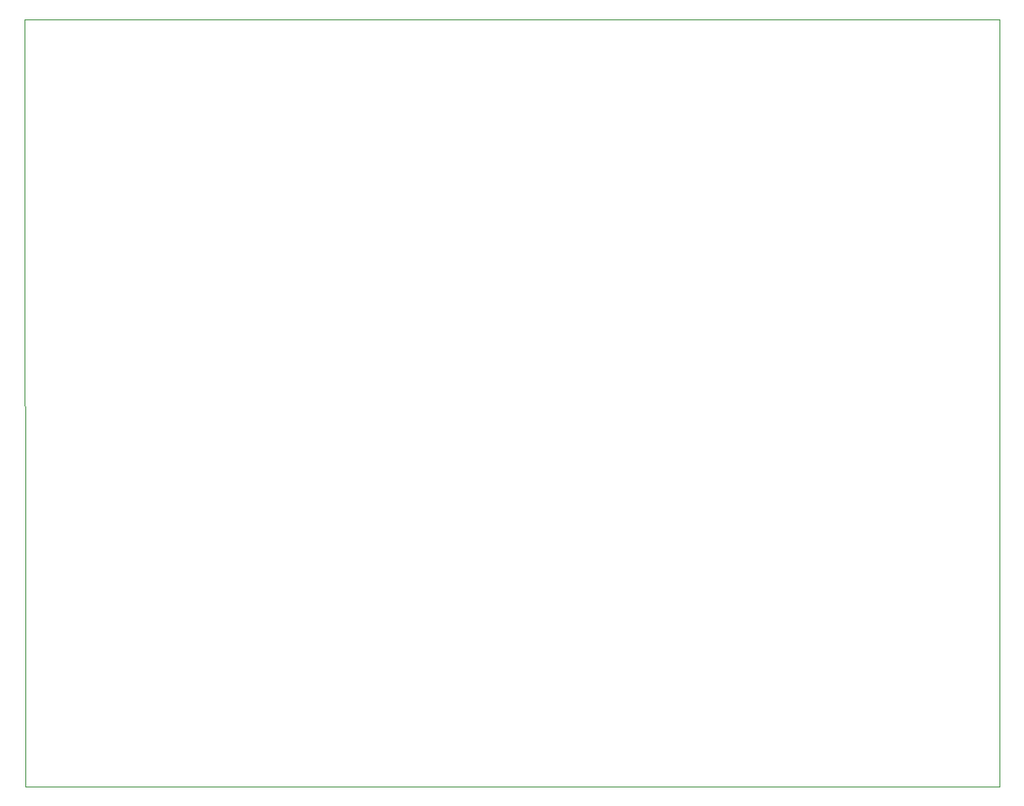
<source format=gbr>
%TF.GenerationSoftware,KiCad,Pcbnew,9.0.6*%
%TF.CreationDate,2025-11-25T19:29:33+09:00*%
%TF.ProjectId,12f675-mppt,31326636-3735-42d6-9d70-70742e6b6963,rev?*%
%TF.SameCoordinates,Original*%
%TF.FileFunction,Profile,NP*%
%FSLAX46Y46*%
G04 Gerber Fmt 4.6, Leading zero omitted, Abs format (unit mm)*
G04 Created by KiCad (PCBNEW 9.0.6) date 2025-11-25 19:29:33*
%MOMM*%
%LPD*%
G01*
G04 APERTURE LIST*
%TA.AperFunction,Profile*%
%ADD10C,0.100000*%
%TD*%
G04 APERTURE END LIST*
D10*
X32232600Y-113096040D02*
X32171640Y-36271200D01*
X129722880Y-113096040D02*
X129717800Y-36271200D01*
X129717800Y-36271200D02*
X32171640Y-36271200D01*
X32232600Y-113096040D02*
X129722880Y-113096040D01*
M02*

</source>
